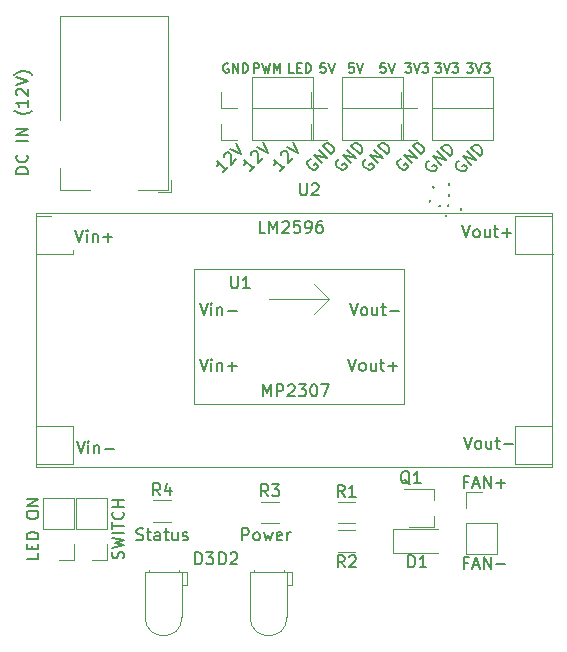
<source format=gto>
G04 #@! TF.GenerationSoftware,KiCad,Pcbnew,(5.1.10)-1*
G04 #@! TF.CreationDate,2022-07-15T18:28:36+01:00*
G04 #@! TF.ProjectId,LED-RPi-PCB,4c45442d-5250-4692-9d50-43422e6b6963,rev?*
G04 #@! TF.SameCoordinates,Original*
G04 #@! TF.FileFunction,Legend,Top*
G04 #@! TF.FilePolarity,Positive*
%FSLAX46Y46*%
G04 Gerber Fmt 4.6, Leading zero omitted, Abs format (unit mm)*
G04 Created by KiCad (PCBNEW (5.1.10)-1) date 2022-07-15 18:28:36*
%MOMM*%
%LPD*%
G01*
G04 APERTURE LIST*
%ADD10C,0.150000*%
%ADD11C,0.120000*%
%ADD12C,0.010000*%
%ADD13C,3.000000*%
%ADD14R,1.000000X0.700000*%
%ADD15R,2.540000X2.540000*%
%ADD16C,2.540000*%
%ADD17C,1.600000*%
%ADD18R,4.000000X3.500000*%
%ADD19O,1.700000X1.700000*%
%ADD20R,1.700000X1.700000*%
%ADD21C,5.600000*%
%ADD22C,1.800000*%
%ADD23R,1.800000X1.800000*%
%ADD24R,1.100000X1.100000*%
G04 APERTURE END LIST*
D10*
X114443142Y-103719380D02*
X114776476Y-104719380D01*
X115109809Y-103719380D01*
X115586000Y-104719380D02*
X115490761Y-104671761D01*
X115443142Y-104624142D01*
X115395523Y-104528904D01*
X115395523Y-104243190D01*
X115443142Y-104147952D01*
X115490761Y-104100333D01*
X115586000Y-104052714D01*
X115728857Y-104052714D01*
X115824095Y-104100333D01*
X115871714Y-104147952D01*
X115919333Y-104243190D01*
X115919333Y-104528904D01*
X115871714Y-104624142D01*
X115824095Y-104671761D01*
X115728857Y-104719380D01*
X115586000Y-104719380D01*
X116776476Y-104052714D02*
X116776476Y-104719380D01*
X116347904Y-104052714D02*
X116347904Y-104576523D01*
X116395523Y-104671761D01*
X116490761Y-104719380D01*
X116633619Y-104719380D01*
X116728857Y-104671761D01*
X116776476Y-104624142D01*
X117109809Y-104052714D02*
X117490761Y-104052714D01*
X117252666Y-103719380D02*
X117252666Y-104576523D01*
X117300285Y-104671761D01*
X117395523Y-104719380D01*
X117490761Y-104719380D01*
X117824095Y-104338428D02*
X118586000Y-104338428D01*
X114316142Y-108418380D02*
X114649476Y-109418380D01*
X114982809Y-108418380D01*
X115459000Y-109418380D02*
X115363761Y-109370761D01*
X115316142Y-109323142D01*
X115268523Y-109227904D01*
X115268523Y-108942190D01*
X115316142Y-108846952D01*
X115363761Y-108799333D01*
X115459000Y-108751714D01*
X115601857Y-108751714D01*
X115697095Y-108799333D01*
X115744714Y-108846952D01*
X115792333Y-108942190D01*
X115792333Y-109227904D01*
X115744714Y-109323142D01*
X115697095Y-109370761D01*
X115601857Y-109418380D01*
X115459000Y-109418380D01*
X116649476Y-108751714D02*
X116649476Y-109418380D01*
X116220904Y-108751714D02*
X116220904Y-109275523D01*
X116268523Y-109370761D01*
X116363761Y-109418380D01*
X116506619Y-109418380D01*
X116601857Y-109370761D01*
X116649476Y-109323142D01*
X116982809Y-108751714D02*
X117363761Y-108751714D01*
X117125666Y-108418380D02*
X117125666Y-109275523D01*
X117173285Y-109370761D01*
X117268523Y-109418380D01*
X117363761Y-109418380D01*
X117697095Y-109037428D02*
X118459000Y-109037428D01*
X118078047Y-109418380D02*
X118078047Y-108656476D01*
X101735142Y-103719380D02*
X102068476Y-104719380D01*
X102401809Y-103719380D01*
X102735142Y-104719380D02*
X102735142Y-104052714D01*
X102735142Y-103719380D02*
X102687523Y-103767000D01*
X102735142Y-103814619D01*
X102782761Y-103767000D01*
X102735142Y-103719380D01*
X102735142Y-103814619D01*
X103211333Y-104052714D02*
X103211333Y-104719380D01*
X103211333Y-104147952D02*
X103258952Y-104100333D01*
X103354190Y-104052714D01*
X103497047Y-104052714D01*
X103592285Y-104100333D01*
X103639904Y-104195571D01*
X103639904Y-104719380D01*
X104116095Y-104338428D02*
X104878000Y-104338428D01*
X101735142Y-108418380D02*
X102068476Y-109418380D01*
X102401809Y-108418380D01*
X102735142Y-109418380D02*
X102735142Y-108751714D01*
X102735142Y-108418380D02*
X102687523Y-108466000D01*
X102735142Y-108513619D01*
X102782761Y-108466000D01*
X102735142Y-108418380D01*
X102735142Y-108513619D01*
X103211333Y-108751714D02*
X103211333Y-109418380D01*
X103211333Y-108846952D02*
X103258952Y-108799333D01*
X103354190Y-108751714D01*
X103497047Y-108751714D01*
X103592285Y-108799333D01*
X103639904Y-108894571D01*
X103639904Y-109418380D01*
X104116095Y-109037428D02*
X104878000Y-109037428D01*
X104497047Y-109418380D02*
X104497047Y-108656476D01*
X124095142Y-115022380D02*
X124428476Y-116022380D01*
X124761809Y-115022380D01*
X125238000Y-116022380D02*
X125142761Y-115974761D01*
X125095142Y-115927142D01*
X125047523Y-115831904D01*
X125047523Y-115546190D01*
X125095142Y-115450952D01*
X125142761Y-115403333D01*
X125238000Y-115355714D01*
X125380857Y-115355714D01*
X125476095Y-115403333D01*
X125523714Y-115450952D01*
X125571333Y-115546190D01*
X125571333Y-115831904D01*
X125523714Y-115927142D01*
X125476095Y-115974761D01*
X125380857Y-116022380D01*
X125238000Y-116022380D01*
X126428476Y-115355714D02*
X126428476Y-116022380D01*
X125999904Y-115355714D02*
X125999904Y-115879523D01*
X126047523Y-115974761D01*
X126142761Y-116022380D01*
X126285619Y-116022380D01*
X126380857Y-115974761D01*
X126428476Y-115927142D01*
X126761809Y-115355714D02*
X127142761Y-115355714D01*
X126904666Y-115022380D02*
X126904666Y-115879523D01*
X126952285Y-115974761D01*
X127047523Y-116022380D01*
X127142761Y-116022380D01*
X127476095Y-115641428D02*
X128238000Y-115641428D01*
X123968142Y-97115380D02*
X124301476Y-98115380D01*
X124634809Y-97115380D01*
X125111000Y-98115380D02*
X125015761Y-98067761D01*
X124968142Y-98020142D01*
X124920523Y-97924904D01*
X124920523Y-97639190D01*
X124968142Y-97543952D01*
X125015761Y-97496333D01*
X125111000Y-97448714D01*
X125253857Y-97448714D01*
X125349095Y-97496333D01*
X125396714Y-97543952D01*
X125444333Y-97639190D01*
X125444333Y-97924904D01*
X125396714Y-98020142D01*
X125349095Y-98067761D01*
X125253857Y-98115380D01*
X125111000Y-98115380D01*
X126301476Y-97448714D02*
X126301476Y-98115380D01*
X125872904Y-97448714D02*
X125872904Y-97972523D01*
X125920523Y-98067761D01*
X126015761Y-98115380D01*
X126158619Y-98115380D01*
X126253857Y-98067761D01*
X126301476Y-98020142D01*
X126634809Y-97448714D02*
X127015761Y-97448714D01*
X126777666Y-97115380D02*
X126777666Y-97972523D01*
X126825285Y-98067761D01*
X126920523Y-98115380D01*
X127015761Y-98115380D01*
X127349095Y-97734428D02*
X128111000Y-97734428D01*
X127730047Y-98115380D02*
X127730047Y-97353476D01*
X91321142Y-115403380D02*
X91654476Y-116403380D01*
X91987809Y-115403380D01*
X92321142Y-116403380D02*
X92321142Y-115736714D01*
X92321142Y-115403380D02*
X92273523Y-115451000D01*
X92321142Y-115498619D01*
X92368761Y-115451000D01*
X92321142Y-115403380D01*
X92321142Y-115498619D01*
X92797333Y-115736714D02*
X92797333Y-116403380D01*
X92797333Y-115831952D02*
X92844952Y-115784333D01*
X92940190Y-115736714D01*
X93083047Y-115736714D01*
X93178285Y-115784333D01*
X93225904Y-115879571D01*
X93225904Y-116403380D01*
X93702095Y-116022428D02*
X94464000Y-116022428D01*
X91194142Y-97496380D02*
X91527476Y-98496380D01*
X91860809Y-97496380D01*
X92194142Y-98496380D02*
X92194142Y-97829714D01*
X92194142Y-97496380D02*
X92146523Y-97544000D01*
X92194142Y-97591619D01*
X92241761Y-97544000D01*
X92194142Y-97496380D01*
X92194142Y-97591619D01*
X92670333Y-97829714D02*
X92670333Y-98496380D01*
X92670333Y-97924952D02*
X92717952Y-97877333D01*
X92813190Y-97829714D01*
X92956047Y-97829714D01*
X93051285Y-97877333D01*
X93098904Y-97972571D01*
X93098904Y-98496380D01*
X93575095Y-98115428D02*
X94337000Y-98115428D01*
X93956047Y-98496380D02*
X93956047Y-97734476D01*
X107307333Y-97734380D02*
X106831142Y-97734380D01*
X106831142Y-96734380D01*
X107640666Y-97734380D02*
X107640666Y-96734380D01*
X107974000Y-97448666D01*
X108307333Y-96734380D01*
X108307333Y-97734380D01*
X108735904Y-96829619D02*
X108783523Y-96782000D01*
X108878761Y-96734380D01*
X109116857Y-96734380D01*
X109212095Y-96782000D01*
X109259714Y-96829619D01*
X109307333Y-96924857D01*
X109307333Y-97020095D01*
X109259714Y-97162952D01*
X108688285Y-97734380D01*
X109307333Y-97734380D01*
X110212095Y-96734380D02*
X109735904Y-96734380D01*
X109688285Y-97210571D01*
X109735904Y-97162952D01*
X109831142Y-97115333D01*
X110069238Y-97115333D01*
X110164476Y-97162952D01*
X110212095Y-97210571D01*
X110259714Y-97305809D01*
X110259714Y-97543904D01*
X110212095Y-97639142D01*
X110164476Y-97686761D01*
X110069238Y-97734380D01*
X109831142Y-97734380D01*
X109735904Y-97686761D01*
X109688285Y-97639142D01*
X110735904Y-97734380D02*
X110926380Y-97734380D01*
X111021619Y-97686761D01*
X111069238Y-97639142D01*
X111164476Y-97496285D01*
X111212095Y-97305809D01*
X111212095Y-96924857D01*
X111164476Y-96829619D01*
X111116857Y-96782000D01*
X111021619Y-96734380D01*
X110831142Y-96734380D01*
X110735904Y-96782000D01*
X110688285Y-96829619D01*
X110640666Y-96924857D01*
X110640666Y-97162952D01*
X110688285Y-97258190D01*
X110735904Y-97305809D01*
X110831142Y-97353428D01*
X111021619Y-97353428D01*
X111116857Y-97305809D01*
X111164476Y-97258190D01*
X111212095Y-97162952D01*
X112069238Y-96734380D02*
X111878761Y-96734380D01*
X111783523Y-96782000D01*
X111735904Y-96829619D01*
X111640666Y-96972476D01*
X111593047Y-97162952D01*
X111593047Y-97543904D01*
X111640666Y-97639142D01*
X111688285Y-97686761D01*
X111783523Y-97734380D01*
X111974000Y-97734380D01*
X112069238Y-97686761D01*
X112116857Y-97639142D01*
X112164476Y-97543904D01*
X112164476Y-97305809D01*
X112116857Y-97210571D01*
X112069238Y-97162952D01*
X111974000Y-97115333D01*
X111783523Y-97115333D01*
X111688285Y-97162952D01*
X111640666Y-97210571D01*
X111593047Y-97305809D01*
X107116904Y-111577380D02*
X107116904Y-110577380D01*
X107450238Y-111291666D01*
X107783571Y-110577380D01*
X107783571Y-111577380D01*
X108259761Y-111577380D02*
X108259761Y-110577380D01*
X108640714Y-110577380D01*
X108735952Y-110625000D01*
X108783571Y-110672619D01*
X108831190Y-110767857D01*
X108831190Y-110910714D01*
X108783571Y-111005952D01*
X108735952Y-111053571D01*
X108640714Y-111101190D01*
X108259761Y-111101190D01*
X109212142Y-110672619D02*
X109259761Y-110625000D01*
X109355000Y-110577380D01*
X109593095Y-110577380D01*
X109688333Y-110625000D01*
X109735952Y-110672619D01*
X109783571Y-110767857D01*
X109783571Y-110863095D01*
X109735952Y-111005952D01*
X109164523Y-111577380D01*
X109783571Y-111577380D01*
X110116904Y-110577380D02*
X110735952Y-110577380D01*
X110402619Y-110958333D01*
X110545476Y-110958333D01*
X110640714Y-111005952D01*
X110688333Y-111053571D01*
X110735952Y-111148809D01*
X110735952Y-111386904D01*
X110688333Y-111482142D01*
X110640714Y-111529761D01*
X110545476Y-111577380D01*
X110259761Y-111577380D01*
X110164523Y-111529761D01*
X110116904Y-111482142D01*
X111355000Y-110577380D02*
X111450238Y-110577380D01*
X111545476Y-110625000D01*
X111593095Y-110672619D01*
X111640714Y-110767857D01*
X111688333Y-110958333D01*
X111688333Y-111196428D01*
X111640714Y-111386904D01*
X111593095Y-111482142D01*
X111545476Y-111529761D01*
X111450238Y-111577380D01*
X111355000Y-111577380D01*
X111259761Y-111529761D01*
X111212142Y-111482142D01*
X111164523Y-111386904D01*
X111116904Y-111196428D01*
X111116904Y-110958333D01*
X111164523Y-110767857D01*
X111212142Y-110672619D01*
X111259761Y-110625000D01*
X111355000Y-110577380D01*
X112021666Y-110577380D02*
X112688333Y-110577380D01*
X112259761Y-111577380D01*
X87193380Y-92725333D02*
X86193380Y-92725333D01*
X86193380Y-92487238D01*
X86241000Y-92344380D01*
X86336238Y-92249142D01*
X86431476Y-92201523D01*
X86621952Y-92153904D01*
X86764809Y-92153904D01*
X86955285Y-92201523D01*
X87050523Y-92249142D01*
X87145761Y-92344380D01*
X87193380Y-92487238D01*
X87193380Y-92725333D01*
X87098142Y-91153904D02*
X87145761Y-91201523D01*
X87193380Y-91344380D01*
X87193380Y-91439619D01*
X87145761Y-91582476D01*
X87050523Y-91677714D01*
X86955285Y-91725333D01*
X86764809Y-91772952D01*
X86621952Y-91772952D01*
X86431476Y-91725333D01*
X86336238Y-91677714D01*
X86241000Y-91582476D01*
X86193380Y-91439619D01*
X86193380Y-91344380D01*
X86241000Y-91201523D01*
X86288619Y-91153904D01*
X87193380Y-89963428D02*
X86193380Y-89963428D01*
X87193380Y-89487238D02*
X86193380Y-89487238D01*
X87193380Y-88915809D01*
X86193380Y-88915809D01*
X87574333Y-87392000D02*
X87526714Y-87439619D01*
X87383857Y-87534857D01*
X87288619Y-87582476D01*
X87145761Y-87630095D01*
X86907666Y-87677714D01*
X86717190Y-87677714D01*
X86479095Y-87630095D01*
X86336238Y-87582476D01*
X86241000Y-87534857D01*
X86098142Y-87439619D01*
X86050523Y-87392000D01*
X87193380Y-86487238D02*
X87193380Y-87058666D01*
X87193380Y-86772952D02*
X86193380Y-86772952D01*
X86336238Y-86868190D01*
X86431476Y-86963428D01*
X86479095Y-87058666D01*
X86288619Y-86106285D02*
X86241000Y-86058666D01*
X86193380Y-85963428D01*
X86193380Y-85725333D01*
X86241000Y-85630095D01*
X86288619Y-85582476D01*
X86383857Y-85534857D01*
X86479095Y-85534857D01*
X86621952Y-85582476D01*
X87193380Y-86153904D01*
X87193380Y-85534857D01*
X86193380Y-85249142D02*
X87193380Y-84915809D01*
X86193380Y-84582476D01*
X87574333Y-84344380D02*
X87526714Y-84296761D01*
X87383857Y-84201523D01*
X87288619Y-84153904D01*
X87145761Y-84106285D01*
X86907666Y-84058666D01*
X86717190Y-84058666D01*
X86479095Y-84106285D01*
X86336238Y-84153904D01*
X86241000Y-84201523D01*
X86098142Y-84296761D01*
X86050523Y-84344380D01*
X124428428Y-125658571D02*
X124095095Y-125658571D01*
X124095095Y-126182380D02*
X124095095Y-125182380D01*
X124571285Y-125182380D01*
X124904619Y-125896666D02*
X125380809Y-125896666D01*
X124809380Y-126182380D02*
X125142714Y-125182380D01*
X125476047Y-126182380D01*
X125809380Y-126182380D02*
X125809380Y-125182380D01*
X126380809Y-126182380D01*
X126380809Y-125182380D01*
X126857000Y-125801428D02*
X127618904Y-125801428D01*
X124428428Y-118800571D02*
X124095095Y-118800571D01*
X124095095Y-119324380D02*
X124095095Y-118324380D01*
X124571285Y-118324380D01*
X124904619Y-119038666D02*
X125380809Y-119038666D01*
X124809380Y-119324380D02*
X125142714Y-118324380D01*
X125476047Y-119324380D01*
X125809380Y-119324380D02*
X125809380Y-118324380D01*
X126380809Y-119324380D01*
X126380809Y-118324380D01*
X126857000Y-118943428D02*
X127618904Y-118943428D01*
X127237952Y-119324380D02*
X127237952Y-118562476D01*
X95273761Y-125309000D02*
X95321380Y-125166142D01*
X95321380Y-124928047D01*
X95273761Y-124832809D01*
X95226142Y-124785190D01*
X95130904Y-124737571D01*
X95035666Y-124737571D01*
X94940428Y-124785190D01*
X94892809Y-124832809D01*
X94845190Y-124928047D01*
X94797571Y-125118523D01*
X94749952Y-125213761D01*
X94702333Y-125261380D01*
X94607095Y-125309000D01*
X94511857Y-125309000D01*
X94416619Y-125261380D01*
X94369000Y-125213761D01*
X94321380Y-125118523D01*
X94321380Y-124880428D01*
X94369000Y-124737571D01*
X94321380Y-124404238D02*
X95321380Y-124166142D01*
X94607095Y-123975666D01*
X95321380Y-123785190D01*
X94321380Y-123547095D01*
X95321380Y-123166142D02*
X94321380Y-123166142D01*
X94321380Y-122832809D02*
X94321380Y-122261380D01*
X95321380Y-122547095D02*
X94321380Y-122547095D01*
X95226142Y-121356619D02*
X95273761Y-121404238D01*
X95321380Y-121547095D01*
X95321380Y-121642333D01*
X95273761Y-121785190D01*
X95178523Y-121880428D01*
X95083285Y-121928047D01*
X94892809Y-121975666D01*
X94749952Y-121975666D01*
X94559476Y-121928047D01*
X94464238Y-121880428D01*
X94369000Y-121785190D01*
X94321380Y-121642333D01*
X94321380Y-121547095D01*
X94369000Y-121404238D01*
X94416619Y-121356619D01*
X95321380Y-120928047D02*
X94321380Y-120928047D01*
X94797571Y-120928047D02*
X94797571Y-120356619D01*
X95321380Y-120356619D02*
X94321380Y-120356619D01*
X88082380Y-124880428D02*
X88082380Y-125356619D01*
X87082380Y-125356619D01*
X87558571Y-124547095D02*
X87558571Y-124213761D01*
X88082380Y-124070904D02*
X88082380Y-124547095D01*
X87082380Y-124547095D01*
X87082380Y-124070904D01*
X88082380Y-123642333D02*
X87082380Y-123642333D01*
X87082380Y-123404238D01*
X87130000Y-123261380D01*
X87225238Y-123166142D01*
X87320476Y-123118523D01*
X87510952Y-123070904D01*
X87653809Y-123070904D01*
X87844285Y-123118523D01*
X87939523Y-123166142D01*
X88034761Y-123261380D01*
X88082380Y-123404238D01*
X88082380Y-123642333D01*
X87082380Y-121689952D02*
X87082380Y-121499476D01*
X87130000Y-121404238D01*
X87225238Y-121309000D01*
X87415714Y-121261380D01*
X87749047Y-121261380D01*
X87939523Y-121309000D01*
X88034761Y-121404238D01*
X88082380Y-121499476D01*
X88082380Y-121689952D01*
X88034761Y-121785190D01*
X87939523Y-121880428D01*
X87749047Y-121928047D01*
X87415714Y-121928047D01*
X87225238Y-121880428D01*
X87130000Y-121785190D01*
X87082380Y-121689952D01*
X88082380Y-120832809D02*
X87082380Y-120832809D01*
X88082380Y-120261380D01*
X87082380Y-120261380D01*
X105338809Y-123769380D02*
X105338809Y-122769380D01*
X105719761Y-122769380D01*
X105815000Y-122817000D01*
X105862619Y-122864619D01*
X105910238Y-122959857D01*
X105910238Y-123102714D01*
X105862619Y-123197952D01*
X105815000Y-123245571D01*
X105719761Y-123293190D01*
X105338809Y-123293190D01*
X106481666Y-123769380D02*
X106386428Y-123721761D01*
X106338809Y-123674142D01*
X106291190Y-123578904D01*
X106291190Y-123293190D01*
X106338809Y-123197952D01*
X106386428Y-123150333D01*
X106481666Y-123102714D01*
X106624523Y-123102714D01*
X106719761Y-123150333D01*
X106767380Y-123197952D01*
X106815000Y-123293190D01*
X106815000Y-123578904D01*
X106767380Y-123674142D01*
X106719761Y-123721761D01*
X106624523Y-123769380D01*
X106481666Y-123769380D01*
X107148333Y-123102714D02*
X107338809Y-123769380D01*
X107529285Y-123293190D01*
X107719761Y-123769380D01*
X107910238Y-123102714D01*
X108672142Y-123721761D02*
X108576904Y-123769380D01*
X108386428Y-123769380D01*
X108291190Y-123721761D01*
X108243571Y-123626523D01*
X108243571Y-123245571D01*
X108291190Y-123150333D01*
X108386428Y-123102714D01*
X108576904Y-123102714D01*
X108672142Y-123150333D01*
X108719761Y-123245571D01*
X108719761Y-123340809D01*
X108243571Y-123436047D01*
X109148333Y-123769380D02*
X109148333Y-123102714D01*
X109148333Y-123293190D02*
X109195952Y-123197952D01*
X109243571Y-123150333D01*
X109338809Y-123102714D01*
X109434047Y-123102714D01*
X96385333Y-123721761D02*
X96528190Y-123769380D01*
X96766285Y-123769380D01*
X96861523Y-123721761D01*
X96909142Y-123674142D01*
X96956761Y-123578904D01*
X96956761Y-123483666D01*
X96909142Y-123388428D01*
X96861523Y-123340809D01*
X96766285Y-123293190D01*
X96575809Y-123245571D01*
X96480571Y-123197952D01*
X96432952Y-123150333D01*
X96385333Y-123055095D01*
X96385333Y-122959857D01*
X96432952Y-122864619D01*
X96480571Y-122817000D01*
X96575809Y-122769380D01*
X96813904Y-122769380D01*
X96956761Y-122817000D01*
X97242476Y-123102714D02*
X97623428Y-123102714D01*
X97385333Y-122769380D02*
X97385333Y-123626523D01*
X97432952Y-123721761D01*
X97528190Y-123769380D01*
X97623428Y-123769380D01*
X98385333Y-123769380D02*
X98385333Y-123245571D01*
X98337714Y-123150333D01*
X98242476Y-123102714D01*
X98052000Y-123102714D01*
X97956761Y-123150333D01*
X98385333Y-123721761D02*
X98290095Y-123769380D01*
X98052000Y-123769380D01*
X97956761Y-123721761D01*
X97909142Y-123626523D01*
X97909142Y-123531285D01*
X97956761Y-123436047D01*
X98052000Y-123388428D01*
X98290095Y-123388428D01*
X98385333Y-123340809D01*
X98718666Y-123102714D02*
X99099619Y-123102714D01*
X98861523Y-122769380D02*
X98861523Y-123626523D01*
X98909142Y-123721761D01*
X99004380Y-123769380D01*
X99099619Y-123769380D01*
X99861523Y-123102714D02*
X99861523Y-123769380D01*
X99432952Y-123102714D02*
X99432952Y-123626523D01*
X99480571Y-123721761D01*
X99575809Y-123769380D01*
X99718666Y-123769380D01*
X99813904Y-123721761D01*
X99861523Y-123674142D01*
X100290095Y-123721761D02*
X100385333Y-123769380D01*
X100575809Y-123769380D01*
X100671047Y-123721761D01*
X100718666Y-123626523D01*
X100718666Y-123578904D01*
X100671047Y-123483666D01*
X100575809Y-123436047D01*
X100432952Y-123436047D01*
X100337714Y-123388428D01*
X100290095Y-123293190D01*
X100290095Y-123245571D01*
X100337714Y-123150333D01*
X100432952Y-123102714D01*
X100575809Y-123102714D01*
X100671047Y-123150333D01*
X104165476Y-83420000D02*
X104089285Y-83381904D01*
X103975000Y-83381904D01*
X103860714Y-83420000D01*
X103784523Y-83496190D01*
X103746428Y-83572380D01*
X103708333Y-83724761D01*
X103708333Y-83839047D01*
X103746428Y-83991428D01*
X103784523Y-84067619D01*
X103860714Y-84143809D01*
X103975000Y-84181904D01*
X104051190Y-84181904D01*
X104165476Y-84143809D01*
X104203571Y-84105714D01*
X104203571Y-83839047D01*
X104051190Y-83839047D01*
X104546428Y-84181904D02*
X104546428Y-83381904D01*
X105003571Y-84181904D01*
X105003571Y-83381904D01*
X105384523Y-84181904D02*
X105384523Y-83381904D01*
X105575000Y-83381904D01*
X105689285Y-83420000D01*
X105765476Y-83496190D01*
X105803571Y-83572380D01*
X105841666Y-83724761D01*
X105841666Y-83839047D01*
X105803571Y-83991428D01*
X105765476Y-84067619D01*
X105689285Y-84143809D01*
X105575000Y-84181904D01*
X105384523Y-84181904D01*
X109721714Y-84181904D02*
X109340761Y-84181904D01*
X109340761Y-83381904D01*
X109988380Y-83762857D02*
X110255047Y-83762857D01*
X110369333Y-84181904D02*
X109988380Y-84181904D01*
X109988380Y-83381904D01*
X110369333Y-83381904D01*
X110712190Y-84181904D02*
X110712190Y-83381904D01*
X110902666Y-83381904D01*
X111016952Y-83420000D01*
X111093142Y-83496190D01*
X111131238Y-83572380D01*
X111169333Y-83724761D01*
X111169333Y-83839047D01*
X111131238Y-83991428D01*
X111093142Y-84067619D01*
X111016952Y-84143809D01*
X110902666Y-84181904D01*
X110712190Y-84181904D01*
X106318190Y-84181904D02*
X106318190Y-83381904D01*
X106622952Y-83381904D01*
X106699142Y-83420000D01*
X106737238Y-83458095D01*
X106775333Y-83534285D01*
X106775333Y-83648571D01*
X106737238Y-83724761D01*
X106699142Y-83762857D01*
X106622952Y-83800952D01*
X106318190Y-83800952D01*
X107042000Y-83381904D02*
X107232476Y-84181904D01*
X107384857Y-83610476D01*
X107537238Y-84181904D01*
X107727714Y-83381904D01*
X108032476Y-84181904D02*
X108032476Y-83381904D01*
X108299142Y-83953333D01*
X108565809Y-83381904D01*
X108565809Y-84181904D01*
X124358523Y-83381904D02*
X124853761Y-83381904D01*
X124587095Y-83686666D01*
X124701380Y-83686666D01*
X124777571Y-83724761D01*
X124815666Y-83762857D01*
X124853761Y-83839047D01*
X124853761Y-84029523D01*
X124815666Y-84105714D01*
X124777571Y-84143809D01*
X124701380Y-84181904D01*
X124472809Y-84181904D01*
X124396619Y-84143809D01*
X124358523Y-84105714D01*
X125082333Y-83381904D02*
X125349000Y-84181904D01*
X125615666Y-83381904D01*
X125806142Y-83381904D02*
X126301380Y-83381904D01*
X126034714Y-83686666D01*
X126149000Y-83686666D01*
X126225190Y-83724761D01*
X126263285Y-83762857D01*
X126301380Y-83839047D01*
X126301380Y-84029523D01*
X126263285Y-84105714D01*
X126225190Y-84143809D01*
X126149000Y-84181904D01*
X125920428Y-84181904D01*
X125844238Y-84143809D01*
X125806142Y-84105714D01*
X121691523Y-83381904D02*
X122186761Y-83381904D01*
X121920095Y-83686666D01*
X122034380Y-83686666D01*
X122110571Y-83724761D01*
X122148666Y-83762857D01*
X122186761Y-83839047D01*
X122186761Y-84029523D01*
X122148666Y-84105714D01*
X122110571Y-84143809D01*
X122034380Y-84181904D01*
X121805809Y-84181904D01*
X121729619Y-84143809D01*
X121691523Y-84105714D01*
X122415333Y-83381904D02*
X122682000Y-84181904D01*
X122948666Y-83381904D01*
X123139142Y-83381904D02*
X123634380Y-83381904D01*
X123367714Y-83686666D01*
X123482000Y-83686666D01*
X123558190Y-83724761D01*
X123596285Y-83762857D01*
X123634380Y-83839047D01*
X123634380Y-84029523D01*
X123596285Y-84105714D01*
X123558190Y-84143809D01*
X123482000Y-84181904D01*
X123253428Y-84181904D01*
X123177238Y-84143809D01*
X123139142Y-84105714D01*
X119151523Y-83381904D02*
X119646761Y-83381904D01*
X119380095Y-83686666D01*
X119494380Y-83686666D01*
X119570571Y-83724761D01*
X119608666Y-83762857D01*
X119646761Y-83839047D01*
X119646761Y-84029523D01*
X119608666Y-84105714D01*
X119570571Y-84143809D01*
X119494380Y-84181904D01*
X119265809Y-84181904D01*
X119189619Y-84143809D01*
X119151523Y-84105714D01*
X119875333Y-83381904D02*
X120142000Y-84181904D01*
X120408666Y-83381904D01*
X120599142Y-83381904D02*
X121094380Y-83381904D01*
X120827714Y-83686666D01*
X120942000Y-83686666D01*
X121018190Y-83724761D01*
X121056285Y-83762857D01*
X121094380Y-83839047D01*
X121094380Y-84029523D01*
X121056285Y-84105714D01*
X121018190Y-84143809D01*
X120942000Y-84181904D01*
X120713428Y-84181904D01*
X120637238Y-84143809D01*
X120599142Y-84105714D01*
X117449619Y-83381904D02*
X117068666Y-83381904D01*
X117030571Y-83762857D01*
X117068666Y-83724761D01*
X117144857Y-83686666D01*
X117335333Y-83686666D01*
X117411523Y-83724761D01*
X117449619Y-83762857D01*
X117487714Y-83839047D01*
X117487714Y-84029523D01*
X117449619Y-84105714D01*
X117411523Y-84143809D01*
X117335333Y-84181904D01*
X117144857Y-84181904D01*
X117068666Y-84143809D01*
X117030571Y-84105714D01*
X117716285Y-83381904D02*
X117982952Y-84181904D01*
X118249619Y-83381904D01*
X114782619Y-83381904D02*
X114401666Y-83381904D01*
X114363571Y-83762857D01*
X114401666Y-83724761D01*
X114477857Y-83686666D01*
X114668333Y-83686666D01*
X114744523Y-83724761D01*
X114782619Y-83762857D01*
X114820714Y-83839047D01*
X114820714Y-84029523D01*
X114782619Y-84105714D01*
X114744523Y-84143809D01*
X114668333Y-84181904D01*
X114477857Y-84181904D01*
X114401666Y-84143809D01*
X114363571Y-84105714D01*
X115049285Y-83381904D02*
X115315952Y-84181904D01*
X115582619Y-83381904D01*
X112369619Y-83381904D02*
X111988666Y-83381904D01*
X111950571Y-83762857D01*
X111988666Y-83724761D01*
X112064857Y-83686666D01*
X112255333Y-83686666D01*
X112331523Y-83724761D01*
X112369619Y-83762857D01*
X112407714Y-83839047D01*
X112407714Y-84029523D01*
X112369619Y-84105714D01*
X112331523Y-84143809D01*
X112255333Y-84181904D01*
X112064857Y-84181904D01*
X111988666Y-84143809D01*
X111950571Y-84105714D01*
X112636285Y-83381904D02*
X112902952Y-84181904D01*
X113169619Y-83381904D01*
X123694698Y-91625194D02*
X123593683Y-91658866D01*
X123492668Y-91759881D01*
X123425324Y-91894568D01*
X123425324Y-92029255D01*
X123458996Y-92130270D01*
X123560011Y-92298629D01*
X123661026Y-92399644D01*
X123829385Y-92500660D01*
X123930400Y-92534331D01*
X124065087Y-92534331D01*
X124199774Y-92466988D01*
X124267118Y-92399644D01*
X124334461Y-92264957D01*
X124334461Y-92197614D01*
X124098759Y-91961912D01*
X123964072Y-92096599D01*
X124704851Y-91961912D02*
X123997744Y-91254805D01*
X125108912Y-91557851D01*
X124401805Y-90850744D01*
X125445629Y-91221133D02*
X124738522Y-90514026D01*
X124906881Y-90345668D01*
X125041568Y-90278324D01*
X125176255Y-90278324D01*
X125277270Y-90311996D01*
X125445629Y-90413011D01*
X125546644Y-90514026D01*
X125647660Y-90682385D01*
X125681331Y-90783400D01*
X125681331Y-90918087D01*
X125613988Y-91052774D01*
X125445629Y-91221133D01*
X121154698Y-91625194D02*
X121053683Y-91658866D01*
X120952668Y-91759881D01*
X120885324Y-91894568D01*
X120885324Y-92029255D01*
X120918996Y-92130270D01*
X121020011Y-92298629D01*
X121121026Y-92399644D01*
X121289385Y-92500660D01*
X121390400Y-92534331D01*
X121525087Y-92534331D01*
X121659774Y-92466988D01*
X121727118Y-92399644D01*
X121794461Y-92264957D01*
X121794461Y-92197614D01*
X121558759Y-91961912D01*
X121424072Y-92096599D01*
X122164851Y-91961912D02*
X121457744Y-91254805D01*
X122568912Y-91557851D01*
X121861805Y-90850744D01*
X122905629Y-91221133D02*
X122198522Y-90514026D01*
X122366881Y-90345668D01*
X122501568Y-90278324D01*
X122636255Y-90278324D01*
X122737270Y-90311996D01*
X122905629Y-90413011D01*
X123006644Y-90514026D01*
X123107660Y-90682385D01*
X123141331Y-90783400D01*
X123141331Y-90918087D01*
X123073988Y-91052774D01*
X122905629Y-91221133D01*
X118741698Y-91498194D02*
X118640683Y-91531866D01*
X118539668Y-91632881D01*
X118472324Y-91767568D01*
X118472324Y-91902255D01*
X118505996Y-92003270D01*
X118607011Y-92171629D01*
X118708026Y-92272644D01*
X118876385Y-92373660D01*
X118977400Y-92407331D01*
X119112087Y-92407331D01*
X119246774Y-92339988D01*
X119314118Y-92272644D01*
X119381461Y-92137957D01*
X119381461Y-92070614D01*
X119145759Y-91834912D01*
X119011072Y-91969599D01*
X119751851Y-91834912D02*
X119044744Y-91127805D01*
X120155912Y-91430851D01*
X119448805Y-90723744D01*
X120492629Y-91094133D02*
X119785522Y-90387026D01*
X119953881Y-90218668D01*
X120088568Y-90151324D01*
X120223255Y-90151324D01*
X120324270Y-90184996D01*
X120492629Y-90286011D01*
X120593644Y-90387026D01*
X120694660Y-90555385D01*
X120728331Y-90656400D01*
X120728331Y-90791087D01*
X120660988Y-90925774D01*
X120492629Y-91094133D01*
X115820698Y-91498194D02*
X115719683Y-91531866D01*
X115618668Y-91632881D01*
X115551324Y-91767568D01*
X115551324Y-91902255D01*
X115584996Y-92003270D01*
X115686011Y-92171629D01*
X115787026Y-92272644D01*
X115955385Y-92373660D01*
X116056400Y-92407331D01*
X116191087Y-92407331D01*
X116325774Y-92339988D01*
X116393118Y-92272644D01*
X116460461Y-92137957D01*
X116460461Y-92070614D01*
X116224759Y-91834912D01*
X116090072Y-91969599D01*
X116830851Y-91834912D02*
X116123744Y-91127805D01*
X117234912Y-91430851D01*
X116527805Y-90723744D01*
X117571629Y-91094133D02*
X116864522Y-90387026D01*
X117032881Y-90218668D01*
X117167568Y-90151324D01*
X117302255Y-90151324D01*
X117403270Y-90184996D01*
X117571629Y-90286011D01*
X117672644Y-90387026D01*
X117773660Y-90555385D01*
X117807331Y-90656400D01*
X117807331Y-90791087D01*
X117739988Y-90925774D01*
X117571629Y-91094133D01*
X113534698Y-91498194D02*
X113433683Y-91531866D01*
X113332668Y-91632881D01*
X113265324Y-91767568D01*
X113265324Y-91902255D01*
X113298996Y-92003270D01*
X113400011Y-92171629D01*
X113501026Y-92272644D01*
X113669385Y-92373660D01*
X113770400Y-92407331D01*
X113905087Y-92407331D01*
X114039774Y-92339988D01*
X114107118Y-92272644D01*
X114174461Y-92137957D01*
X114174461Y-92070614D01*
X113938759Y-91834912D01*
X113804072Y-91969599D01*
X114544851Y-91834912D02*
X113837744Y-91127805D01*
X114948912Y-91430851D01*
X114241805Y-90723744D01*
X115285629Y-91094133D02*
X114578522Y-90387026D01*
X114746881Y-90218668D01*
X114881568Y-90151324D01*
X115016255Y-90151324D01*
X115117270Y-90184996D01*
X115285629Y-90286011D01*
X115386644Y-90387026D01*
X115487660Y-90555385D01*
X115521331Y-90656400D01*
X115521331Y-90791087D01*
X115453988Y-90925774D01*
X115285629Y-91094133D01*
X111121698Y-91498194D02*
X111020683Y-91531866D01*
X110919668Y-91632881D01*
X110852324Y-91767568D01*
X110852324Y-91902255D01*
X110885996Y-92003270D01*
X110987011Y-92171629D01*
X111088026Y-92272644D01*
X111256385Y-92373660D01*
X111357400Y-92407331D01*
X111492087Y-92407331D01*
X111626774Y-92339988D01*
X111694118Y-92272644D01*
X111761461Y-92137957D01*
X111761461Y-92070614D01*
X111525759Y-91834912D01*
X111391072Y-91969599D01*
X112131851Y-91834912D02*
X111424744Y-91127805D01*
X112535912Y-91430851D01*
X111828805Y-90723744D01*
X112872629Y-91094133D02*
X112165522Y-90387026D01*
X112333881Y-90218668D01*
X112468568Y-90151324D01*
X112603255Y-90151324D01*
X112704270Y-90184996D01*
X112872629Y-90286011D01*
X112973644Y-90387026D01*
X113074660Y-90555385D01*
X113108331Y-90656400D01*
X113108331Y-90791087D01*
X113040988Y-90925774D01*
X112872629Y-91094133D01*
X108975148Y-92070614D02*
X108571087Y-92474675D01*
X108773118Y-92272644D02*
X108066011Y-91565538D01*
X108099683Y-91733896D01*
X108099683Y-91868583D01*
X108066011Y-91969599D01*
X108604759Y-91161477D02*
X108604759Y-91094133D01*
X108638431Y-90993118D01*
X108806790Y-90824759D01*
X108907805Y-90791087D01*
X108975148Y-90791087D01*
X109076164Y-90824759D01*
X109143507Y-90892103D01*
X109210851Y-91026790D01*
X109210851Y-91834912D01*
X109648583Y-91397179D01*
X109143507Y-90488042D02*
X110086316Y-90959446D01*
X109614912Y-90016637D01*
X106435148Y-92070614D02*
X106031087Y-92474675D01*
X106233118Y-92272644D02*
X105526011Y-91565538D01*
X105559683Y-91733896D01*
X105559683Y-91868583D01*
X105526011Y-91969599D01*
X106064759Y-91161477D02*
X106064759Y-91094133D01*
X106098431Y-90993118D01*
X106266790Y-90824759D01*
X106367805Y-90791087D01*
X106435148Y-90791087D01*
X106536164Y-90824759D01*
X106603507Y-90892103D01*
X106670851Y-91026790D01*
X106670851Y-91834912D01*
X107108583Y-91397179D01*
X106603507Y-90488042D02*
X107546316Y-90959446D01*
X107074912Y-90016637D01*
X104149148Y-92197614D02*
X103745087Y-92601675D01*
X103947118Y-92399644D02*
X103240011Y-91692538D01*
X103273683Y-91860896D01*
X103273683Y-91995583D01*
X103240011Y-92096599D01*
X103778759Y-91288477D02*
X103778759Y-91221133D01*
X103812431Y-91120118D01*
X103980790Y-90951759D01*
X104081805Y-90918087D01*
X104149148Y-90918087D01*
X104250164Y-90951759D01*
X104317507Y-91019103D01*
X104384851Y-91153790D01*
X104384851Y-91961912D01*
X104822583Y-91524179D01*
X104317507Y-90615042D02*
X105260316Y-91086446D01*
X104788912Y-90143637D01*
D11*
G04 #@! TO.C,Q1*
X119448000Y-122641000D02*
X121598000Y-122641000D01*
X119023000Y-119421000D02*
X121598000Y-119421000D01*
X121598000Y-121731000D02*
X121598000Y-122641000D01*
X121598000Y-119421000D02*
X121598000Y-120331000D01*
D12*
G04 #@! TO.C,G\u002A\u002A\u002A*
G36*
X122812681Y-93555072D02*
G01*
X122846212Y-93581368D01*
X122849517Y-93586300D01*
X122858997Y-93623019D01*
X122849517Y-93645566D01*
X122816578Y-93674617D01*
X122777865Y-93678750D01*
X122745859Y-93657355D01*
X122741816Y-93650827D01*
X122732150Y-93607467D01*
X122746703Y-93573482D01*
X122776529Y-93554230D01*
X122812681Y-93555072D01*
G37*
X122812681Y-93555072D02*
X122846212Y-93581368D01*
X122849517Y-93586300D01*
X122858997Y-93623019D01*
X122849517Y-93645566D01*
X122816578Y-93674617D01*
X122777865Y-93678750D01*
X122745859Y-93657355D01*
X122741816Y-93650827D01*
X122732150Y-93607467D01*
X122746703Y-93573482D01*
X122776529Y-93554230D01*
X122812681Y-93555072D01*
G36*
X121523522Y-93803988D02*
G01*
X121549043Y-93829619D01*
X121548938Y-93862923D01*
X121540177Y-93876980D01*
X121502244Y-93901048D01*
X121460538Y-93896796D01*
X121438075Y-93879213D01*
X121420966Y-93840011D01*
X121433518Y-93808632D01*
X121471572Y-93793952D01*
X121478119Y-93793733D01*
X121523522Y-93803988D01*
G37*
X121523522Y-93803988D02*
X121549043Y-93829619D01*
X121548938Y-93862923D01*
X121540177Y-93876980D01*
X121502244Y-93901048D01*
X121460538Y-93896796D01*
X121438075Y-93879213D01*
X121420966Y-93840011D01*
X121433518Y-93808632D01*
X121471572Y-93793952D01*
X121478119Y-93793733D01*
X121523522Y-93803988D01*
G36*
X122820815Y-94476292D02*
G01*
X122836491Y-94498195D01*
X122839648Y-94516494D01*
X122832337Y-94559636D01*
X122805169Y-94584437D01*
X122767693Y-94584602D01*
X122750464Y-94575295D01*
X122728180Y-94540042D01*
X122726958Y-94512451D01*
X122738212Y-94482257D01*
X122767296Y-94471648D01*
X122783600Y-94471066D01*
X122820815Y-94476292D01*
G37*
X122820815Y-94476292D02*
X122836491Y-94498195D01*
X122839648Y-94516494D01*
X122832337Y-94559636D01*
X122805169Y-94584437D01*
X122767693Y-94584602D01*
X122750464Y-94575295D01*
X122728180Y-94540042D01*
X122726958Y-94512451D01*
X122738212Y-94482257D01*
X122767296Y-94471648D01*
X122783600Y-94471066D01*
X122820815Y-94476292D01*
G36*
X121206565Y-94987198D02*
G01*
X121226860Y-95016340D01*
X121230265Y-95052998D01*
X121216591Y-95081480D01*
X121183848Y-95102146D01*
X121145854Y-95104460D01*
X121126955Y-95094777D01*
X121115757Y-95063446D01*
X121121092Y-95021974D01*
X121140405Y-94988197D01*
X121142486Y-94986355D01*
X121176175Y-94974295D01*
X121206565Y-94987198D01*
G37*
X121206565Y-94987198D02*
X121226860Y-95016340D01*
X121230265Y-95052998D01*
X121216591Y-95081480D01*
X121183848Y-95102146D01*
X121145854Y-95104460D01*
X121126955Y-95094777D01*
X121115757Y-95063446D01*
X121121092Y-95021974D01*
X121140405Y-94988197D01*
X121142486Y-94986355D01*
X121176175Y-94974295D01*
X121206565Y-94987198D01*
G36*
X122757387Y-95334408D02*
G01*
X122783936Y-95357010D01*
X122790766Y-95393039D01*
X122780244Y-95430248D01*
X122754736Y-95456388D01*
X122732800Y-95461666D01*
X122705468Y-95450806D01*
X122693853Y-95441346D01*
X122674653Y-95403765D01*
X122681162Y-95366107D01*
X122707241Y-95338704D01*
X122746753Y-95331886D01*
X122757387Y-95334408D01*
G37*
X122757387Y-95334408D02*
X122783936Y-95357010D01*
X122790766Y-95393039D01*
X122780244Y-95430248D01*
X122754736Y-95456388D01*
X122732800Y-95461666D01*
X122705468Y-95450806D01*
X122693853Y-95441346D01*
X122674653Y-95403765D01*
X122681162Y-95366107D01*
X122707241Y-95338704D01*
X122746753Y-95331886D01*
X122757387Y-95334408D01*
G36*
X122036298Y-95376665D02*
G01*
X122056594Y-95405807D01*
X122059998Y-95442465D01*
X122046324Y-95470946D01*
X122014717Y-95492383D01*
X121972197Y-95486495D01*
X121966566Y-95484318D01*
X121948847Y-95461628D01*
X121947359Y-95424546D01*
X121961326Y-95387964D01*
X121972219Y-95375822D01*
X122005908Y-95363762D01*
X122036298Y-95376665D01*
G37*
X122036298Y-95376665D02*
X122056594Y-95405807D01*
X122059998Y-95442465D01*
X122046324Y-95470946D01*
X122014717Y-95492383D01*
X121972197Y-95486495D01*
X121966566Y-95484318D01*
X121948847Y-95461628D01*
X121947359Y-95424546D01*
X121961326Y-95387964D01*
X121972219Y-95375822D01*
X122005908Y-95363762D01*
X122036298Y-95376665D01*
G36*
X123875327Y-95678145D02*
G01*
X123896707Y-95710689D01*
X123891617Y-95751558D01*
X123890701Y-95753329D01*
X123862978Y-95777448D01*
X123825755Y-95782384D01*
X123793722Y-95768331D01*
X123783423Y-95751918D01*
X123780719Y-95704934D01*
X123802639Y-95673515D01*
X123834436Y-95664866D01*
X123875327Y-95678145D01*
G37*
X123875327Y-95678145D02*
X123896707Y-95710689D01*
X123891617Y-95751558D01*
X123890701Y-95753329D01*
X123862978Y-95777448D01*
X123825755Y-95782384D01*
X123793722Y-95768331D01*
X123783423Y-95751918D01*
X123780719Y-95704934D01*
X123802639Y-95673515D01*
X123834436Y-95664866D01*
X123875327Y-95678145D01*
G36*
X122563142Y-96212874D02*
G01*
X122594237Y-96238222D01*
X122605800Y-96277257D01*
X122591179Y-96309458D01*
X122555787Y-96328973D01*
X122517695Y-96329684D01*
X122488037Y-96308195D01*
X122475828Y-96271064D01*
X122485835Y-96234050D01*
X122487941Y-96231320D01*
X122523893Y-96209085D01*
X122563142Y-96212874D01*
G37*
X122563142Y-96212874D02*
X122594237Y-96238222D01*
X122605800Y-96277257D01*
X122591179Y-96309458D01*
X122555787Y-96328973D01*
X122517695Y-96329684D01*
X122488037Y-96308195D01*
X122475828Y-96271064D01*
X122485835Y-96234050D01*
X122487941Y-96231320D01*
X122523893Y-96209085D01*
X122563142Y-96212874D01*
D11*
G04 #@! TO.C,U2*
X131603000Y-117532000D02*
X131603000Y-96082000D01*
X131603000Y-96082000D02*
X87853000Y-96082000D01*
X87853000Y-96082000D02*
X87853000Y-117532000D01*
X87853000Y-117532000D02*
X131603000Y-117532000D01*
X128468000Y-117277000D02*
X128468000Y-114117000D01*
X128468000Y-117277000D02*
X131583000Y-117277000D01*
X128468000Y-114117000D02*
X131583000Y-114117000D01*
X128468000Y-99497000D02*
X128468000Y-96337000D01*
X128468000Y-99497000D02*
X131628000Y-99497000D01*
X128468000Y-96337000D02*
X131583000Y-96337000D01*
X87858000Y-117277000D02*
X90988000Y-117277000D01*
X90988000Y-114117000D02*
X90988000Y-117277000D01*
X87858000Y-114117000D02*
X90988000Y-114117000D01*
X87858000Y-99492000D02*
X90988000Y-99497000D01*
X87858000Y-96337000D02*
X89158000Y-96337000D01*
X90988000Y-99187000D02*
X90988000Y-99497000D01*
G04 #@! TO.C,U1*
X112649000Y-103378000D02*
X111379000Y-104648000D01*
X111379000Y-102108000D02*
X112649000Y-103378000D01*
X112649000Y-103378000D02*
X111379000Y-102108000D01*
X107569000Y-103378000D02*
X112649000Y-103378000D01*
X118999000Y-100838000D02*
X101219000Y-100838000D01*
X118999000Y-112268000D02*
X118999000Y-100838000D01*
X101219000Y-112268000D02*
X118999000Y-112268000D01*
X101219000Y-100838000D02*
X101219000Y-112268000D01*
G04 #@! TO.C,J7*
X99088000Y-94118000D02*
X96488000Y-94118000D01*
X99088000Y-79418000D02*
X99088000Y-94118000D01*
X89888000Y-94118000D02*
X89888000Y-92218000D01*
X92588000Y-94118000D02*
X89888000Y-94118000D01*
X89888000Y-79418000D02*
X99088000Y-79418000D01*
X89888000Y-88218000D02*
X89888000Y-79418000D01*
X99288000Y-93268000D02*
X99288000Y-94318000D01*
X98238000Y-94318000D02*
X99288000Y-94318000D01*
G04 #@! TO.C,R4*
X97824936Y-122195000D02*
X99279064Y-122195000D01*
X97824936Y-120375000D02*
X99279064Y-120375000D01*
G04 #@! TO.C,R3*
X106968936Y-122322000D02*
X108423064Y-122322000D01*
X106968936Y-120502000D02*
X108423064Y-120502000D01*
G04 #@! TO.C,R2*
X113445936Y-124735000D02*
X114900064Y-124735000D01*
X113445936Y-122915000D02*
X114900064Y-122915000D01*
G04 #@! TO.C,R1*
X114900064Y-120502000D02*
X113445936Y-120502000D01*
X114900064Y-122322000D02*
X113445936Y-122322000D01*
G04 #@! TO.C,JP2*
X91119000Y-125409000D02*
X89789000Y-125409000D01*
X91119000Y-124079000D02*
X91119000Y-125409000D01*
X91119000Y-122809000D02*
X88459000Y-122809000D01*
X88459000Y-122809000D02*
X88459000Y-120209000D01*
X91119000Y-122809000D02*
X91119000Y-120209000D01*
X91119000Y-120209000D02*
X88459000Y-120209000D01*
G04 #@! TO.C,JP1*
X93913000Y-125409000D02*
X92583000Y-125409000D01*
X93913000Y-124079000D02*
X93913000Y-125409000D01*
X93913000Y-122809000D02*
X91253000Y-122809000D01*
X91253000Y-122809000D02*
X91253000Y-120209000D01*
X93913000Y-122809000D02*
X93913000Y-120209000D01*
X93913000Y-120209000D02*
X91253000Y-120209000D01*
G04 #@! TO.C,J8*
X118812000Y-89849000D02*
X118812000Y-88519000D01*
X120142000Y-89849000D02*
X118812000Y-89849000D01*
X121412000Y-89849000D02*
X121412000Y-87189000D01*
X121412000Y-87189000D02*
X126552000Y-87189000D01*
X121412000Y-89849000D02*
X126552000Y-89849000D01*
X126552000Y-89849000D02*
X126552000Y-87189000D01*
G04 #@! TO.C,J6*
X118812000Y-87182000D02*
X118812000Y-85852000D01*
X120142000Y-87182000D02*
X118812000Y-87182000D01*
X121412000Y-87182000D02*
X121412000Y-84522000D01*
X121412000Y-84522000D02*
X126552000Y-84522000D01*
X121412000Y-87182000D02*
X126552000Y-87182000D01*
X126552000Y-87182000D02*
X126552000Y-84522000D01*
G04 #@! TO.C,J5*
X111192000Y-87182000D02*
X111192000Y-85852000D01*
X112522000Y-87182000D02*
X111192000Y-87182000D01*
X113792000Y-87182000D02*
X113792000Y-84522000D01*
X113792000Y-84522000D02*
X118932000Y-84522000D01*
X113792000Y-87182000D02*
X118932000Y-87182000D01*
X118932000Y-87182000D02*
X118932000Y-84522000D01*
G04 #@! TO.C,J4*
X111312000Y-89849000D02*
X111312000Y-87189000D01*
X106172000Y-89849000D02*
X111312000Y-89849000D01*
X106172000Y-87189000D02*
X111312000Y-87189000D01*
X106172000Y-89849000D02*
X106172000Y-87189000D01*
X104902000Y-89849000D02*
X103572000Y-89849000D01*
X103572000Y-89849000D02*
X103572000Y-88519000D01*
G04 #@! TO.C,J3*
X111192000Y-89849000D02*
X111192000Y-88519000D01*
X112522000Y-89849000D02*
X111192000Y-89849000D01*
X113792000Y-89849000D02*
X113792000Y-87189000D01*
X113792000Y-87189000D02*
X118932000Y-87189000D01*
X113792000Y-89849000D02*
X118932000Y-89849000D01*
X118932000Y-89849000D02*
X118932000Y-87189000D01*
G04 #@! TO.C,J2*
X103572000Y-87182000D02*
X103572000Y-85852000D01*
X104902000Y-87182000D02*
X103572000Y-87182000D01*
X106172000Y-87182000D02*
X106172000Y-84522000D01*
X106172000Y-84522000D02*
X111312000Y-84522000D01*
X106172000Y-87182000D02*
X111312000Y-87182000D01*
X111312000Y-87182000D02*
X111312000Y-84522000D01*
G04 #@! TO.C,J1*
X124273000Y-119701000D02*
X125603000Y-119701000D01*
X124273000Y-121031000D02*
X124273000Y-119701000D01*
X124273000Y-122301000D02*
X126933000Y-122301000D01*
X126933000Y-122301000D02*
X126933000Y-124901000D01*
X124273000Y-122301000D02*
X124273000Y-124901000D01*
X124273000Y-124901000D02*
X126933000Y-124901000D01*
G04 #@! TO.C,D3*
X99949000Y-126302000D02*
X99949000Y-126302000D01*
X99949000Y-126432000D02*
X99949000Y-126302000D01*
X99949000Y-126432000D02*
X99949000Y-126432000D01*
X99949000Y-126302000D02*
X99949000Y-126432000D01*
X97409000Y-126302000D02*
X97409000Y-126302000D01*
X97409000Y-126432000D02*
X97409000Y-126302000D01*
X97409000Y-126432000D02*
X97409000Y-126432000D01*
X97409000Y-126302000D02*
X97409000Y-126432000D01*
X100239000Y-126432000D02*
X100639000Y-126432000D01*
X100239000Y-127552000D02*
X100239000Y-126432000D01*
X100639000Y-127552000D02*
X100239000Y-127552000D01*
X100639000Y-126432000D02*
X100639000Y-127552000D01*
X97119000Y-126432000D02*
X100239000Y-126432000D01*
X100239000Y-126432000D02*
X100239000Y-130292000D01*
X97119000Y-126432000D02*
X97119000Y-130292000D01*
X100239000Y-130292000D02*
G75*
G02*
X97119000Y-130292000I-1560000J0D01*
G01*
G04 #@! TO.C,D2*
X108839000Y-126302000D02*
X108839000Y-126302000D01*
X108839000Y-126432000D02*
X108839000Y-126302000D01*
X108839000Y-126432000D02*
X108839000Y-126432000D01*
X108839000Y-126302000D02*
X108839000Y-126432000D01*
X106299000Y-126302000D02*
X106299000Y-126302000D01*
X106299000Y-126432000D02*
X106299000Y-126302000D01*
X106299000Y-126432000D02*
X106299000Y-126432000D01*
X106299000Y-126302000D02*
X106299000Y-126432000D01*
X109129000Y-126432000D02*
X109529000Y-126432000D01*
X109129000Y-127552000D02*
X109129000Y-126432000D01*
X109529000Y-127552000D02*
X109129000Y-127552000D01*
X109529000Y-126432000D02*
X109529000Y-127552000D01*
X106009000Y-126432000D02*
X109129000Y-126432000D01*
X109129000Y-126432000D02*
X109129000Y-130292000D01*
X106009000Y-126432000D02*
X106009000Y-130292000D01*
X109129000Y-130292000D02*
G75*
G02*
X106009000Y-130292000I-1560000J0D01*
G01*
G04 #@! TO.C,D1*
X118069000Y-122825000D02*
X121919000Y-122825000D01*
X118069000Y-124825000D02*
X121919000Y-124825000D01*
X118069000Y-122825000D02*
X118069000Y-124825000D01*
G04 #@! TO.C,Q1*
D10*
X119538761Y-119038619D02*
X119443523Y-118991000D01*
X119348285Y-118895761D01*
X119205428Y-118752904D01*
X119110190Y-118705285D01*
X119014952Y-118705285D01*
X119062571Y-118943380D02*
X118967333Y-118895761D01*
X118872095Y-118800523D01*
X118824476Y-118610047D01*
X118824476Y-118276714D01*
X118872095Y-118086238D01*
X118967333Y-117991000D01*
X119062571Y-117943380D01*
X119253047Y-117943380D01*
X119348285Y-117991000D01*
X119443523Y-118086238D01*
X119491142Y-118276714D01*
X119491142Y-118610047D01*
X119443523Y-118800523D01*
X119348285Y-118895761D01*
X119253047Y-118943380D01*
X119062571Y-118943380D01*
X120443523Y-118943380D02*
X119872095Y-118943380D01*
X120157809Y-118943380D02*
X120157809Y-117943380D01*
X120062571Y-118086238D01*
X119967333Y-118181476D01*
X119872095Y-118229095D01*
G04 #@! TO.C,U2*
X110236095Y-93559380D02*
X110236095Y-94368904D01*
X110283714Y-94464142D01*
X110331333Y-94511761D01*
X110426571Y-94559380D01*
X110617047Y-94559380D01*
X110712285Y-94511761D01*
X110759904Y-94464142D01*
X110807523Y-94368904D01*
X110807523Y-93559380D01*
X111236095Y-93654619D02*
X111283714Y-93607000D01*
X111378952Y-93559380D01*
X111617047Y-93559380D01*
X111712285Y-93607000D01*
X111759904Y-93654619D01*
X111807523Y-93749857D01*
X111807523Y-93845095D01*
X111759904Y-93987952D01*
X111188476Y-94559380D01*
X111807523Y-94559380D01*
G04 #@! TO.C,U1*
X104394095Y-101433380D02*
X104394095Y-102242904D01*
X104441714Y-102338142D01*
X104489333Y-102385761D01*
X104584571Y-102433380D01*
X104775047Y-102433380D01*
X104870285Y-102385761D01*
X104917904Y-102338142D01*
X104965523Y-102242904D01*
X104965523Y-101433380D01*
X105965523Y-102433380D02*
X105394095Y-102433380D01*
X105679809Y-102433380D02*
X105679809Y-101433380D01*
X105584571Y-101576238D01*
X105489333Y-101671476D01*
X105394095Y-101719095D01*
G04 #@! TO.C,R4*
X98385333Y-119959380D02*
X98052000Y-119483190D01*
X97813904Y-119959380D02*
X97813904Y-118959380D01*
X98194857Y-118959380D01*
X98290095Y-119007000D01*
X98337714Y-119054619D01*
X98385333Y-119149857D01*
X98385333Y-119292714D01*
X98337714Y-119387952D01*
X98290095Y-119435571D01*
X98194857Y-119483190D01*
X97813904Y-119483190D01*
X99242476Y-119292714D02*
X99242476Y-119959380D01*
X99004380Y-118911761D02*
X98766285Y-119626047D01*
X99385333Y-119626047D01*
G04 #@! TO.C,R3*
X107529333Y-120044380D02*
X107196000Y-119568190D01*
X106957904Y-120044380D02*
X106957904Y-119044380D01*
X107338857Y-119044380D01*
X107434095Y-119092000D01*
X107481714Y-119139619D01*
X107529333Y-119234857D01*
X107529333Y-119377714D01*
X107481714Y-119472952D01*
X107434095Y-119520571D01*
X107338857Y-119568190D01*
X106957904Y-119568190D01*
X107862666Y-119044380D02*
X108481714Y-119044380D01*
X108148380Y-119425333D01*
X108291238Y-119425333D01*
X108386476Y-119472952D01*
X108434095Y-119520571D01*
X108481714Y-119615809D01*
X108481714Y-119853904D01*
X108434095Y-119949142D01*
X108386476Y-119996761D01*
X108291238Y-120044380D01*
X108005523Y-120044380D01*
X107910285Y-119996761D01*
X107862666Y-119949142D01*
G04 #@! TO.C,R2*
X114006333Y-126055380D02*
X113673000Y-125579190D01*
X113434904Y-126055380D02*
X113434904Y-125055380D01*
X113815857Y-125055380D01*
X113911095Y-125103000D01*
X113958714Y-125150619D01*
X114006333Y-125245857D01*
X114006333Y-125388714D01*
X113958714Y-125483952D01*
X113911095Y-125531571D01*
X113815857Y-125579190D01*
X113434904Y-125579190D01*
X114387285Y-125150619D02*
X114434904Y-125103000D01*
X114530142Y-125055380D01*
X114768238Y-125055380D01*
X114863476Y-125103000D01*
X114911095Y-125150619D01*
X114958714Y-125245857D01*
X114958714Y-125341095D01*
X114911095Y-125483952D01*
X114339666Y-126055380D01*
X114958714Y-126055380D01*
G04 #@! TO.C,R1*
X114006333Y-120086380D02*
X113673000Y-119610190D01*
X113434904Y-120086380D02*
X113434904Y-119086380D01*
X113815857Y-119086380D01*
X113911095Y-119134000D01*
X113958714Y-119181619D01*
X114006333Y-119276857D01*
X114006333Y-119419714D01*
X113958714Y-119514952D01*
X113911095Y-119562571D01*
X113815857Y-119610190D01*
X113434904Y-119610190D01*
X114958714Y-120086380D02*
X114387285Y-120086380D01*
X114673000Y-120086380D02*
X114673000Y-119086380D01*
X114577761Y-119229238D01*
X114482523Y-119324476D01*
X114387285Y-119372095D01*
G04 #@! TO.C,D3*
X101369904Y-125801380D02*
X101369904Y-124801380D01*
X101608000Y-124801380D01*
X101750857Y-124849000D01*
X101846095Y-124944238D01*
X101893714Y-125039476D01*
X101941333Y-125229952D01*
X101941333Y-125372809D01*
X101893714Y-125563285D01*
X101846095Y-125658523D01*
X101750857Y-125753761D01*
X101608000Y-125801380D01*
X101369904Y-125801380D01*
X102274666Y-124801380D02*
X102893714Y-124801380D01*
X102560380Y-125182333D01*
X102703238Y-125182333D01*
X102798476Y-125229952D01*
X102846095Y-125277571D01*
X102893714Y-125372809D01*
X102893714Y-125610904D01*
X102846095Y-125706142D01*
X102798476Y-125753761D01*
X102703238Y-125801380D01*
X102417523Y-125801380D01*
X102322285Y-125753761D01*
X102274666Y-125706142D01*
G04 #@! TO.C,D2*
X103401904Y-125801380D02*
X103401904Y-124801380D01*
X103640000Y-124801380D01*
X103782857Y-124849000D01*
X103878095Y-124944238D01*
X103925714Y-125039476D01*
X103973333Y-125229952D01*
X103973333Y-125372809D01*
X103925714Y-125563285D01*
X103878095Y-125658523D01*
X103782857Y-125753761D01*
X103640000Y-125801380D01*
X103401904Y-125801380D01*
X104354285Y-124896619D02*
X104401904Y-124849000D01*
X104497142Y-124801380D01*
X104735238Y-124801380D01*
X104830476Y-124849000D01*
X104878095Y-124896619D01*
X104925714Y-124991857D01*
X104925714Y-125087095D01*
X104878095Y-125229952D01*
X104306666Y-125801380D01*
X104925714Y-125801380D01*
G04 #@! TO.C,D1*
X119403904Y-126055380D02*
X119403904Y-125055380D01*
X119642000Y-125055380D01*
X119784857Y-125103000D01*
X119880095Y-125198238D01*
X119927714Y-125293476D01*
X119975333Y-125483952D01*
X119975333Y-125626809D01*
X119927714Y-125817285D01*
X119880095Y-125912523D01*
X119784857Y-126007761D01*
X119642000Y-126055380D01*
X119403904Y-126055380D01*
X120927714Y-126055380D02*
X120356285Y-126055380D01*
X120642000Y-126055380D02*
X120642000Y-125055380D01*
X120546761Y-125198238D01*
X120451523Y-125293476D01*
X120356285Y-125341095D01*
G04 #@! TD*
%LPC*%
D13*
G04 #@! TO.C,F1*
X81407000Y-94367000D03*
X81407000Y-116967000D03*
G04 #@! TD*
D14*
G04 #@! TO.C,Q1*
X121723000Y-121031000D03*
X119323000Y-121981000D03*
X119323000Y-120081000D03*
G04 #@! TD*
D15*
G04 #@! TO.C,U2*
X89408000Y-97917000D03*
D16*
X89408000Y-115697000D03*
X130048000Y-97917000D03*
X130048000Y-115697000D03*
G04 #@! TD*
D17*
G04 #@! TO.C,U1*
X117389000Y-110858000D03*
X102489000Y-110858000D03*
X117389000Y-102108000D03*
X102489000Y-102108000D03*
G04 #@! TD*
G04 #@! TO.C,J7*
G36*
G01*
X88663000Y-88468000D02*
X90913000Y-88468000D01*
G75*
G02*
X91788000Y-89343000I0J-875000D01*
G01*
X91788000Y-91093000D01*
G75*
G02*
X90913000Y-91968000I-875000J0D01*
G01*
X88663000Y-91968000D01*
G75*
G02*
X87788000Y-91093000I0J875000D01*
G01*
X87788000Y-89343000D01*
G75*
G02*
X88663000Y-88468000I875000J0D01*
G01*
G37*
G36*
G01*
X93488000Y-85218000D02*
X95488000Y-85218000D01*
G75*
G02*
X96488000Y-86218000I0J-1000000D01*
G01*
X96488000Y-88218000D01*
G75*
G02*
X95488000Y-89218000I-1000000J0D01*
G01*
X93488000Y-89218000D01*
G75*
G02*
X92488000Y-88218000I0J1000000D01*
G01*
X92488000Y-86218000D01*
G75*
G02*
X93488000Y-85218000I1000000J0D01*
G01*
G37*
D18*
X94488000Y-93218000D03*
G04 #@! TD*
G04 #@! TO.C,R4*
G36*
G01*
X99452000Y-121910000D02*
X99452000Y-120660000D01*
G75*
G02*
X99702000Y-120410000I250000J0D01*
G01*
X100502000Y-120410000D01*
G75*
G02*
X100752000Y-120660000I0J-250000D01*
G01*
X100752000Y-121910000D01*
G75*
G02*
X100502000Y-122160000I-250000J0D01*
G01*
X99702000Y-122160000D01*
G75*
G02*
X99452000Y-121910000I0J250000D01*
G01*
G37*
G36*
G01*
X96352000Y-121910000D02*
X96352000Y-120660000D01*
G75*
G02*
X96602000Y-120410000I250000J0D01*
G01*
X97402000Y-120410000D01*
G75*
G02*
X97652000Y-120660000I0J-250000D01*
G01*
X97652000Y-121910000D01*
G75*
G02*
X97402000Y-122160000I-250000J0D01*
G01*
X96602000Y-122160000D01*
G75*
G02*
X96352000Y-121910000I0J250000D01*
G01*
G37*
G04 #@! TD*
G04 #@! TO.C,R3*
G36*
G01*
X108596000Y-122037000D02*
X108596000Y-120787000D01*
G75*
G02*
X108846000Y-120537000I250000J0D01*
G01*
X109646000Y-120537000D01*
G75*
G02*
X109896000Y-120787000I0J-250000D01*
G01*
X109896000Y-122037000D01*
G75*
G02*
X109646000Y-122287000I-250000J0D01*
G01*
X108846000Y-122287000D01*
G75*
G02*
X108596000Y-122037000I0J250000D01*
G01*
G37*
G36*
G01*
X105496000Y-122037000D02*
X105496000Y-120787000D01*
G75*
G02*
X105746000Y-120537000I250000J0D01*
G01*
X106546000Y-120537000D01*
G75*
G02*
X106796000Y-120787000I0J-250000D01*
G01*
X106796000Y-122037000D01*
G75*
G02*
X106546000Y-122287000I-250000J0D01*
G01*
X105746000Y-122287000D01*
G75*
G02*
X105496000Y-122037000I0J250000D01*
G01*
G37*
G04 #@! TD*
G04 #@! TO.C,R2*
G36*
G01*
X115073000Y-124450000D02*
X115073000Y-123200000D01*
G75*
G02*
X115323000Y-122950000I250000J0D01*
G01*
X116123000Y-122950000D01*
G75*
G02*
X116373000Y-123200000I0J-250000D01*
G01*
X116373000Y-124450000D01*
G75*
G02*
X116123000Y-124700000I-250000J0D01*
G01*
X115323000Y-124700000D01*
G75*
G02*
X115073000Y-124450000I0J250000D01*
G01*
G37*
G36*
G01*
X111973000Y-124450000D02*
X111973000Y-123200000D01*
G75*
G02*
X112223000Y-122950000I250000J0D01*
G01*
X113023000Y-122950000D01*
G75*
G02*
X113273000Y-123200000I0J-250000D01*
G01*
X113273000Y-124450000D01*
G75*
G02*
X113023000Y-124700000I-250000J0D01*
G01*
X112223000Y-124700000D01*
G75*
G02*
X111973000Y-124450000I0J250000D01*
G01*
G37*
G04 #@! TD*
G04 #@! TO.C,R1*
G36*
G01*
X113273000Y-120787000D02*
X113273000Y-122037000D01*
G75*
G02*
X113023000Y-122287000I-250000J0D01*
G01*
X112223000Y-122287000D01*
G75*
G02*
X111973000Y-122037000I0J250000D01*
G01*
X111973000Y-120787000D01*
G75*
G02*
X112223000Y-120537000I250000J0D01*
G01*
X113023000Y-120537000D01*
G75*
G02*
X113273000Y-120787000I0J-250000D01*
G01*
G37*
G36*
G01*
X116373000Y-120787000D02*
X116373000Y-122037000D01*
G75*
G02*
X116123000Y-122287000I-250000J0D01*
G01*
X115323000Y-122287000D01*
G75*
G02*
X115073000Y-122037000I0J250000D01*
G01*
X115073000Y-120787000D01*
G75*
G02*
X115323000Y-120537000I250000J0D01*
G01*
X116123000Y-120537000D01*
G75*
G02*
X116373000Y-120787000I0J-250000D01*
G01*
G37*
G04 #@! TD*
D19*
G04 #@! TO.C,JP2*
X89789000Y-121539000D03*
D20*
X89789000Y-124079000D03*
G04 #@! TD*
D19*
G04 #@! TO.C,JP1*
X92583000Y-121539000D03*
D20*
X92583000Y-124079000D03*
G04 #@! TD*
D19*
G04 #@! TO.C,J8*
X125222000Y-88519000D03*
X122682000Y-88519000D03*
D20*
X120142000Y-88519000D03*
G04 #@! TD*
D19*
G04 #@! TO.C,J6*
X125222000Y-85852000D03*
X122682000Y-85852000D03*
D20*
X120142000Y-85852000D03*
G04 #@! TD*
D19*
G04 #@! TO.C,J5*
X117602000Y-85852000D03*
X115062000Y-85852000D03*
D20*
X112522000Y-85852000D03*
G04 #@! TD*
G04 #@! TO.C,J4*
X104902000Y-88519000D03*
D19*
X107442000Y-88519000D03*
X109982000Y-88519000D03*
G04 #@! TD*
G04 #@! TO.C,J3*
X117602000Y-88519000D03*
X115062000Y-88519000D03*
D20*
X112522000Y-88519000D03*
G04 #@! TD*
D19*
G04 #@! TO.C,J2*
X109982000Y-85852000D03*
X107442000Y-85852000D03*
D20*
X104902000Y-85852000D03*
G04 #@! TD*
D19*
G04 #@! TO.C,J1*
X125603000Y-123571000D03*
D20*
X125603000Y-121031000D03*
G04 #@! TD*
D21*
G04 #@! TO.C,H4*
X80010000Y-123063000D03*
G04 #@! TD*
G04 #@! TO.C,H3*
X130683000Y-122809000D03*
G04 #@! TD*
G04 #@! TO.C,H2*
X79883000Y-87249000D03*
G04 #@! TD*
G04 #@! TO.C,H1*
X130683000Y-86995000D03*
G04 #@! TD*
D22*
G04 #@! TO.C,D3*
X99949000Y-125222000D03*
D23*
X97409000Y-125222000D03*
G04 #@! TD*
D22*
G04 #@! TO.C,D2*
X108839000Y-125222000D03*
D23*
X106299000Y-125222000D03*
G04 #@! TD*
D24*
G04 #@! TO.C,D1*
X121669000Y-123825000D03*
X118869000Y-123825000D03*
G04 #@! TD*
M02*

</source>
